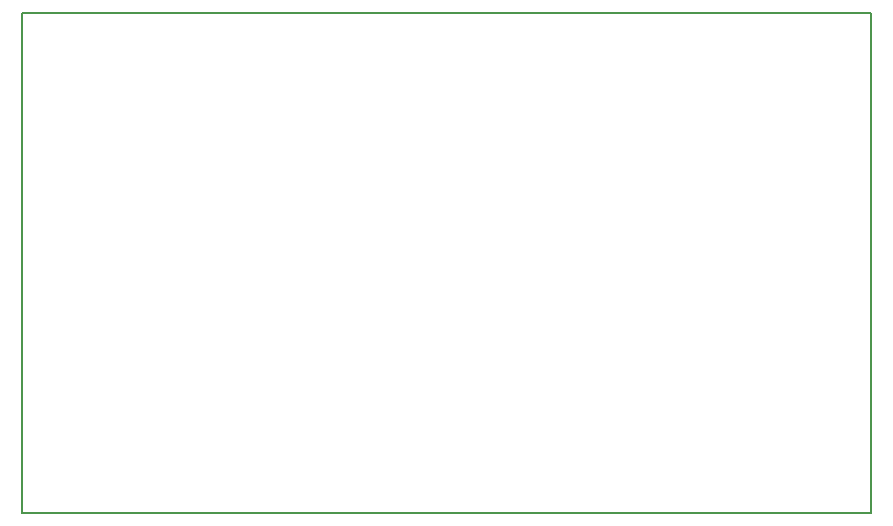
<source format=gbr>
G04 #@! TF.GenerationSoftware,KiCad,Pcbnew,(5.0.1)-rc2*
G04 #@! TF.CreationDate,2018-12-09T02:21:17-05:00*
G04 #@! TF.ProjectId,lfo,6C666F2E6B696361645F706362000000,rev?*
G04 #@! TF.SameCoordinates,Original*
G04 #@! TF.FileFunction,Profile,NP*
%FSLAX46Y46*%
G04 Gerber Fmt 4.6, Leading zero omitted, Abs format (unit mm)*
G04 Created by KiCad (PCBNEW (5.0.1)-rc2) date 12/9/2018 2:21:17 AM*
%MOMM*%
%LPD*%
G01*
G04 APERTURE LIST*
%ADD10C,0.150000*%
G04 APERTURE END LIST*
D10*
X176022000Y-46736000D02*
X104140000Y-46736000D01*
X176022000Y-89027000D02*
X176022000Y-46736000D01*
X104140000Y-89027000D02*
X176022000Y-89027000D01*
X104140000Y-46736000D02*
X104140000Y-89027000D01*
M02*

</source>
